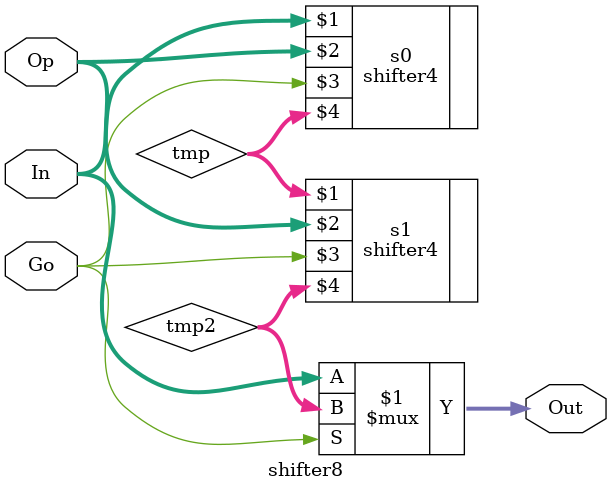
<source format=v>
module shifter8 (In, Op, Go, Out);
	input [15:0] In;
	input [1:0]  Op;
	input Go;
	output [15:0] Out;
	wire [15:0] tmp, tmp2;

	shifter4 s0 (In, Op, Go, tmp);
	shifter4 s1 (tmp, Op, Go, tmp2);
	assign Out = Go ? tmp2 : In;
endmodule


</source>
